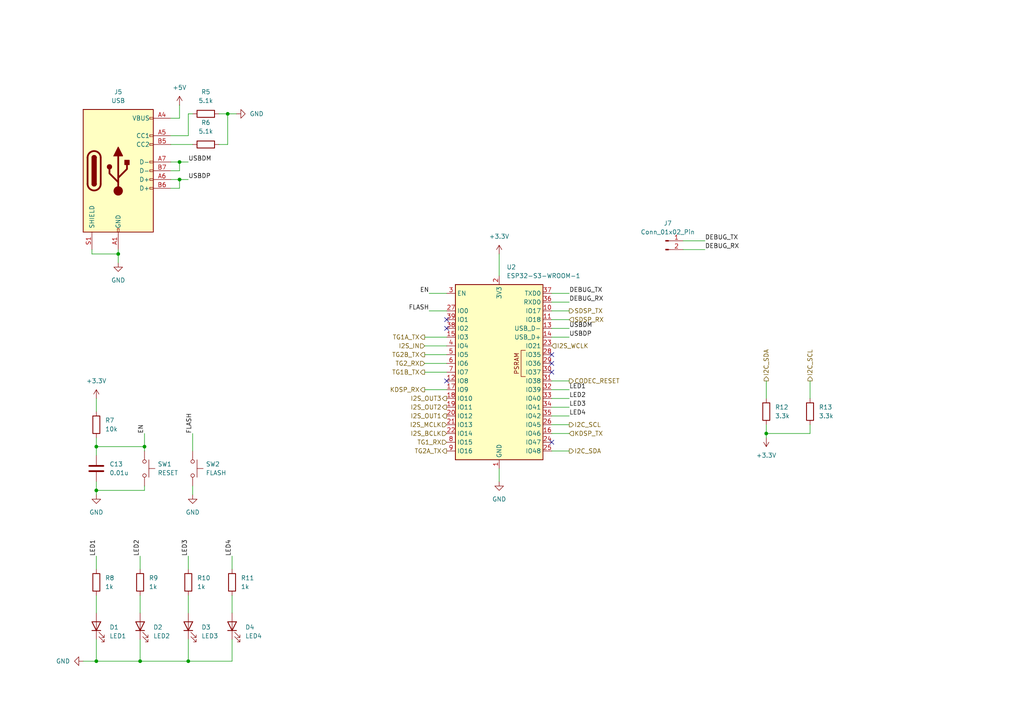
<source format=kicad_sch>
(kicad_sch (version 20250114) (generator "eeschema") (generator_version "9.0")
  (paper "A4")
  (lib_symbols
    (symbol "Connector:Conn_01x02_Pin" (pin_names (offset 1.016) (hide yes))
      (property "Reference" "J" (at 0 2.54 0))
      (property "Value" "Conn_01x02_Pin" (at 0 -5.08 0))
      (symbol "Conn_01x02_Pin_1_1"
        (rectangle (start 0.8636 0.127) (end 0 -0.127) (stroke (width 0.1524)) (fill (type outline)))
        (rectangle (start 0.8636 -2.413) (end 0 -2.667) (stroke (width 0.1524)) (fill (type outline)))
        (polyline (pts (xy 1.27 0) (xy 0.8636 0)) (stroke (width 0.1524)))
        (polyline (pts (xy 1.27 -2.54) (xy 0.8636 -2.54)) (stroke (width 0.1524)))
        (pin passive line (at 5.08 0 180) (length 3.81) (name "Pin_1") (number "1"))
        (pin passive line (at 5.08 -2.54 180) (length 3.81) (name "Pin_2") (number "2"))
      )
    )
    (symbol "Connector:USB_C_Receptacle_USB2.0_14P" (pin_names (offset 1.016))
      (property "Reference" "J" (at 0 22.225 0))
      (property "Value" "USB_C_Receptacle_USB2.0_14P" (at 0 19.685 0))
      (symbol "USB_C_Receptacle_USB2.0_14P_0_0"
        (rectangle (start -0.254 -17.78) (end 0.254 -16.764))
        (rectangle (start 10.16 15.494) (end 9.144 14.986))
        (rectangle (start 10.16 10.414) (end 9.144 9.906))
        (rectangle (start 10.16 7.874) (end 9.144 7.366))
        (rectangle (start 10.16 2.794) (end 9.144 2.286))
        (rectangle (start 10.16 0.254) (end 9.144 -0.254))
        (rectangle (start 10.16 -2.286) (end 9.144 -2.794))
        (rectangle (start 10.16 -4.826) (end 9.144 -5.334))
      )
      (symbol "USB_C_Receptacle_USB2.0_14P_0_1"
        (rectangle (start -10.16 17.78) (end 10.16 -17.78) (stroke (width 0.254)) (fill (type background)))
        (polyline (pts (xy -8.89 -3.81) (xy -8.89 3.81)) (stroke (width 0.508)))
        (rectangle (start -7.62 -3.81) (end -6.35 3.81) (stroke (width 0.254)) (fill (type outline)))
        (arc (start -7.62 3.81) (mid -6.985 4.4423) (end -6.35 3.81) (stroke (width 0.254)))
        (arc (start -7.62 3.81) (mid -6.985 4.4423) (end -6.35 3.81) (stroke (width 0.254)) (fill (type outline)))
        (arc (start -8.89 3.81) (mid -6.985 5.7067) (end -5.08 3.81) (stroke (width 0.508)))
        (arc (start -5.08 -3.81) (mid -6.985 -5.7067) (end -8.89 -3.81) (stroke (width 0.508)))
        (arc (start -6.35 -3.81) (mid -6.985 -4.4423) (end -7.62 -3.81) (stroke (width 0.254)))
        (arc (start -6.35 -3.81) (mid -6.985 -4.4423) (end -7.62 -3.81) (stroke (width 0.254)) (fill (type outline)))
        (polyline (pts (xy -5.08 3.81) (xy -5.08 -3.81)) (stroke (width 0.508)))
        (circle (center -2.54 1.143) (radius 0.635) (stroke (width 0.254)) (fill (type outline)))
        (polyline (pts (xy -1.27 4.318) (xy 0 6.858) (xy 1.27 4.318) (xy -1.27 4.318)) (stroke (width 0.254)) (fill (type outline)))
        (polyline (pts (xy 0 -2.032) (xy 2.54 0.508) (xy 2.54 1.778)) (stroke (width 0.508)))
        (polyline (pts (xy 0 -3.302) (xy -2.54 -0.762) (xy -2.54 0.508)) (stroke (width 0.508)))
        (polyline (pts (xy 0 -5.842) (xy 0 4.318)) (stroke (width 0.508)))
        (circle (center 0 -5.842) (radius 1.27) (fill (type outline)))
        (rectangle (start 1.905 1.778) (end 3.175 3.048) (stroke (width 0.254)) (fill (type outline)))
      )
      (symbol "USB_C_Receptacle_USB2.0_14P_1_1"
        (pin passive line (at -7.62 -22.86 90) (length 5.08) (name "SHIELD") (number "S1"))
        (pin passive line (at 0 -22.86 90) (length 5.08) (name "GND") (number "A1"))
        (pin passive line (at 0 -22.86 90) (length 5.08) (hide yes) (name "GND") (number "A12"))
        (pin passive line (at 0 -22.86 90) (length 5.08) (hide yes) (name "GND") (number "B1"))
        (pin passive line (at 0 -22.86 90) (length 5.08) (hide yes) (name "GND") (number "B12"))
        (pin passive line (at 15.24 15.24 180) (length 5.08) (name "VBUS") (number "A4"))
        (pin passive line (at 15.24 15.24 180) (length 5.08) (hide yes) (name "VBUS") (number "A9"))
        (pin passive line (at 15.24 15.24 180) (length 5.08) (hide yes) (name "VBUS") (number "B4"))
        (pin passive line (at 15.24 15.24 180) (length 5.08) (hide yes) (name "VBUS") (number "B9"))
        (pin bidirectional line (at 15.24 10.16 180) (length 5.08) (name "CC1") (number "A5"))
        (pin bidirectional line (at 15.24 7.62 180) (length 5.08) (name "CC2") (number "B5"))
        (pin bidirectional line (at 15.24 2.54 180) (length 5.08) (name "D-") (number "A7"))
        (pin bidirectional line (at 15.24 0 180) (length 5.08) (name "D-") (number "B7"))
        (pin bidirectional line (at 15.24 -2.54 180) (length 5.08) (name "D+") (number "A6"))
        (pin bidirectional line (at 15.24 -5.08 180) (length 5.08) (name "D+") (number "B6"))
      )
    )
    (symbol "Device:C" (pin_numbers (hide yes)) (pin_names (offset 0.254))
      (property "Reference" "C" (at 0.635 2.54 0))
      (property "Value" "C" (at 0.635 -2.54 0))
      (symbol "C_0_1"
        (polyline (pts (xy -2.032 0.762) (xy 2.032 0.762)) (stroke (width 0.508)))
        (polyline (pts (xy -2.032 -0.762) (xy 2.032 -0.762)) (stroke (width 0.508)))
      )
      (symbol "C_1_1"
        (pin passive line (at 0 3.81 270) (length 2.794) (name "~") (number "1"))
        (pin passive line (at 0 -3.81 90) (length 2.794) (name "~") (number "2"))
      )
    )
    (symbol "Device:LED" (pin_numbers (hide yes)) (pin_names (offset 1.016) (hide yes))
      (property "Reference" "D" (at 0 2.54 0))
      (property "Value" "LED" (at 0 -2.54 0))
      (symbol "LED_0_1"
        (polyline (pts (xy -3.048 -0.762) (xy -4.572 -2.286) (xy -3.81 -2.286) (xy -4.572 -2.286) (xy -4.572 -1.524)))
        (polyline (pts (xy -1.778 -0.762) (xy -3.302 -2.286) (xy -2.54 -2.286) (xy -3.302 -2.286) (xy -3.302 -1.524)))
        (polyline (pts (xy -1.27 0) (xy 1.27 0)))
        (polyline (pts (xy -1.27 -1.27) (xy -1.27 1.27)) (stroke (width 0.254)))
        (polyline (pts (xy 1.27 -1.27) (xy 1.27 1.27) (xy -1.27 0) (xy 1.27 -1.27)) (stroke (width 0.254)))
      )
      (symbol "LED_1_1"
        (pin passive line (at -3.81 0 0) (length 2.54) (name "K") (number "1"))
        (pin passive line (at 3.81 0 180) (length 2.54) (name "A") (number "2"))
      )
    )
    (symbol "Device:R" (pin_numbers (hide yes)) (pin_names (offset 0))
      (property "Reference" "R" (at 2.032 0 90))
      (property "Value" "R" (at 0 0 90))
      (symbol "R_0_1"
        (rectangle (start -1.016 -2.54) (end 1.016 2.54) (stroke (width 0.254)))
      )
      (symbol "R_1_1"
        (pin passive line (at 0 3.81 270) (length 1.27) (name "~") (number "1"))
        (pin passive line (at 0 -3.81 90) (length 1.27) (name "~") (number "2"))
      )
    )
    (symbol "RF_Module:ESP32-S3-WROOM-1"
      (property "Reference" "U" (at -12.7 26.67 0))
      (property "Value" "ESP32-S3-WROOM-1" (at 12.7 26.67 0))
      (symbol "ESP32-S3-WROOM-1_0_0"
        (rectangle (start -12.7 25.4) (end 12.7 -25.4) (stroke (width 0.254)) (fill (type background)))
        (text "PSRAM" (at 5.08 2.54 900) (effects (font (size 1.27 1.27))))
      )
      (symbol "ESP32-S3-WROOM-1_0_1"
        (polyline (pts (xy 7.62 -1.27) (xy 6.35 -1.27) (xy 6.35 6.35) (xy 7.62 6.35)))
      )
      (symbol "ESP32-S3-WROOM-1_1_1"
        (pin input line (at -15.24 22.86 0) (length 2.54) (name "EN") (number "3"))
        (pin bidirectional line (at -15.24 17.78 0) (length 2.54) (name "IO0") (number "27"))
        (pin bidirectional line (at -15.24 15.24 0) (length 2.54) (name "IO1") (number "39"))
        (pin bidirectional line (at -15.24 12.7 0) (length 2.54) (name "IO2") (number "38"))
        (pin bidirectional line (at -15.24 10.16 0) (length 2.54) (name "IO3") (number "15"))
        (pin bidirectional line (at -15.24 7.62 0) (length 2.54) (name "IO4") (number "4"))
        (pin bidirectional line (at -15.24 5.08 0) (length 2.54) (name "IO5") (number "5"))
        (pin bidirectional line (at -15.24 2.54 0) (length 2.54) (name "IO6") (number "6"))
        (pin bidirectional line (at -15.24 0 0) (length 2.54) (name "IO7") (number "7"))
        (pin bidirectional line (at -15.24 -2.54 0) (length 2.54) (name "IO8") (number "12"))
        (pin bidirectional line (at -15.24 -5.08 0) (length 2.54) (name "IO9") (number "17"))
        (pin bidirectional line (at -15.24 -7.62 0) (length 2.54) (name "IO10") (number "18"))
        (pin bidirectional line (at -15.24 -10.16 0) (length 2.54) (name "IO11") (number "19"))
        (pin bidirectional line (at -15.24 -12.7 0) (length 2.54) (name "IO12") (number "20"))
        (pin bidirectional line (at -15.24 -15.24 0) (length 2.54) (name "IO13") (number "21"))
        (pin bidirectional line (at -15.24 -17.78 0) (length 2.54) (name "IO14") (number "22"))
        (pin bidirectional line (at -15.24 -20.32 0) (length 2.54) (name "IO15") (number "8"))
        (pin bidirectional line (at -15.24 -22.86 0) (length 2.54) (name "IO16") (number "9"))
        (pin power_in line (at 0 27.94 270) (length 2.54) (name "3V3") (number "2"))
        (pin power_in line (at 0 -27.94 90) (length 2.54) (name "GND") (number "1"))
        (pin passive line (at 0 -27.94 90) (length 2.54) (hide yes) (name "GND") (number "40"))
        (pin passive line (at 0 -27.94 90) (length 2.54) (hide yes) (name "GND") (number "41"))
        (pin bidirectional line (at 15.24 22.86 180) (length 2.54) (name "TXD0") (number "37"))
        (pin bidirectional line (at 15.24 20.32 180) (length 2.54) (name "RXD0") (number "36"))
        (pin bidirectional line (at 15.24 17.78 180) (length 2.54) (name "IO17") (number "10"))
        (pin bidirectional line (at 15.24 15.24 180) (length 2.54) (name "IO18") (number "11"))
        (pin bidirectional line (at 15.24 12.7 180) (length 2.54) (name "USB_D-") (number "13"))
        (pin bidirectional line (at 15.24 10.16 180) (length 2.54) (name "USB_D+") (number "14"))
        (pin bidirectional line (at 15.24 7.62 180) (length 2.54) (name "IO21") (number "23"))
        (pin bidirectional line (at 15.24 5.08 180) (length 2.54) (name "IO35") (number "28"))
        (pin bidirectional line (at 15.24 2.54 180) (length 2.54) (name "IO36") (number "29"))
        (pin bidirectional line (at 15.24 0 180) (length 2.54) (name "IO37") (number "30"))
        (pin bidirectional line (at 15.24 -2.54 180) (length 2.54) (name "IO38") (number "31"))
        (pin bidirectional line (at 15.24 -5.08 180) (length 2.54) (name "IO39") (number "32"))
        (pin bidirectional line (at 15.24 -7.62 180) (length 2.54) (name "IO40") (number "33"))
        (pin bidirectional line (at 15.24 -10.16 180) (length 2.54) (name "IO41") (number "34"))
        (pin bidirectional line (at 15.24 -12.7 180) (length 2.54) (name "IO42") (number "35"))
        (pin bidirectional line (at 15.24 -15.24 180) (length 2.54) (name "IO45") (number "26"))
        (pin bidirectional line (at 15.24 -17.78 180) (length 2.54) (name "IO46") (number "16"))
        (pin bidirectional line (at 15.24 -20.32 180) (length 2.54) (name "IO47") (number "24"))
        (pin bidirectional line (at 15.24 -22.86 180) (length 2.54) (name "IO48") (number "25"))
      )
    )
    (symbol "Switch:SW_Push" (pin_numbers (hide yes)) (pin_names (offset 1.016) (hide yes))
      (property "Reference" "SW" (at 1.27 2.54 0))
      (property "Value" "SW_Push" (at 0 -1.524 0))
      (symbol "SW_Push_0_1"
        (circle (center -2.032 0) (radius 0.508))
        (polyline (pts (xy 0 1.27) (xy 0 3.048)))
        (circle (center 2.032 0) (radius 0.508))
        (polyline (pts (xy 2.54 1.27) (xy -2.54 1.27)))
        (pin passive line (at -5.08 0 0) (length 2.54) (name "1") (number "1"))
        (pin passive line (at 5.08 0 180) (length 2.54) (name "2") (number "2"))
      )
    )
    (symbol "power:+3.3V" (power) (pin_numbers (hide yes)) (pin_names (offset 0) (hide yes))
      (property "Value" "+3.3V" (at 0 3.556 0))
      (symbol "+3.3V_0_1"
        (polyline (pts (xy -0.762 1.27) (xy 0 2.54)))
        (polyline (pts (xy 0 2.54) (xy 0.762 1.27)))
        (polyline (pts (xy 0 0) (xy 0 2.54)))
      )
      (symbol "+3.3V_1_1"
        (pin power_in line (at 0 0 90) (length 0) (name "~") (number "1"))
      )
    )
    (symbol "power:+5V" (power) (pin_numbers (hide yes)) (pin_names (offset 0) (hide yes))
      (property "Value" "+5V" (at 0 3.556 0))
      (symbol "+5V_0_1"
        (polyline (pts (xy -0.762 1.27) (xy 0 2.54)))
        (polyline (pts (xy 0 2.54) (xy 0.762 1.27)))
        (polyline (pts (xy 0 0) (xy 0 2.54)))
      )
      (symbol "+5V_1_1"
        (pin power_in line (at 0 0 90) (length 0) (name "~") (number "1"))
      )
    )
    (symbol "power:GND" (power) (pin_numbers (hide yes)) (pin_names (offset 0) (hide yes))
      (property "Value" "GND" (at 0 -3.81 0))
      (symbol "GND_0_1"
        (polyline (pts (xy 0 0) (xy 0 -1.27) (xy 1.27 -1.27) (xy 0 -2.54) (xy -1.27 -1.27) (xy 0 -1.27)))
      )
      (symbol "GND_1_1"
        (pin power_in line (at 0 0 270) (length 0) (name "~") (number "1"))
      )
    )
  )
  (junction (at 40.64 191.77))
  (junction (at 34.29 73.66))
  (junction (at 27.94 142.24))
  (junction (at 222.25 125.73))
  (junction (at 41.91 129.54))
  (junction (at 54.61 191.77))
  (junction (at 52.07 46.99))
  (junction (at 27.94 129.54))
  (junction (at 52.07 52.07))
  (junction (at 66.04 33.02))
  (junction (at 27.94 191.77))
  (no_connect (at 160.02 105.41))
  (no_connect (at 129.54 110.49))
  (no_connect (at 129.54 92.71))
  (no_connect (at 160.02 102.87))
  (no_connect (at 160.02 107.95))
  (no_connect (at 129.54 95.25))
  (no_connect (at 160.02 128.27))
  (wire (pts (xy 66.04 33.02) (xy 66.04 41.91)))
  (wire (pts (xy 222.25 110.49) (xy 222.25 115.57)))
  (wire (pts (xy 40.64 191.77) (xy 54.61 191.77)))
  (wire (pts (xy 63.5 33.02) (xy 66.04 33.02)))
  (wire (pts (xy 165.1 125.73) (xy 160.02 125.73)))
  (wire (pts (xy 41.91 125.73) (xy 41.91 129.54)))
  (wire (pts (xy 67.31 161.29) (xy 67.31 165.1)))
  (wire (pts (xy 165.1 130.81) (xy 160.02 130.81)))
  (wire (pts (xy 27.94 129.54) (xy 41.91 129.54)))
  (wire (pts (xy 67.31 172.72) (xy 67.31 177.8)))
  (wire (pts (xy 34.29 76.2) (xy 34.29 73.66)))
  (wire (pts (xy 54.61 161.29) (xy 54.61 165.1)))
  (wire (pts (xy 222.25 123.19) (xy 222.25 125.73)))
  (wire (pts (xy 40.64 161.29) (xy 40.64 165.1)))
  (wire (pts (xy 144.78 139.7) (xy 144.78 135.89)))
  (wire (pts (xy 40.64 185.42) (xy 40.64 191.77)))
  (wire (pts (xy 52.07 34.29) (xy 52.07 30.48)))
  (wire (pts (xy 27.94 142.24) (xy 27.94 143.51)))
  (wire (pts (xy 27.94 115.57) (xy 27.94 119.38)))
  (wire (pts (xy 27.94 185.42) (xy 27.94 191.77)))
  (wire (pts (xy 52.07 54.61) (xy 52.07 52.07)))
  (wire (pts (xy 123.19 102.87) (xy 129.54 102.87)))
  (wire (pts (xy 49.53 34.29) (xy 52.07 34.29)))
  (wire (pts (xy 144.78 73.66) (xy 144.78 80.01)))
  (wire (pts (xy 52.07 46.99) (xy 54.61 46.99)))
  (wire (pts (xy 52.07 52.07) (xy 54.61 52.07)))
  (wire (pts (xy 222.25 125.73) (xy 222.25 127)))
  (wire (pts (xy 49.53 49.53) (xy 52.07 49.53)))
  (wire (pts (xy 123.19 113.03) (xy 129.54 113.03)))
  (wire (pts (xy 41.91 130.81) (xy 41.91 129.54)))
  (wire (pts (xy 124.46 90.17) (xy 129.54 90.17)))
  (wire (pts (xy 55.88 33.02) (xy 54.61 33.02)))
  (wire (pts (xy 123.19 107.95) (xy 129.54 107.95)))
  (wire (pts (xy 27.94 129.54) (xy 27.94 132.08)))
  (wire (pts (xy 123.19 105.41) (xy 129.54 105.41)))
  (wire (pts (xy 40.64 172.72) (xy 40.64 177.8)))
  (wire (pts (xy 41.91 142.24) (xy 27.94 142.24)))
  (wire (pts (xy 204.47 72.39) (xy 198.12 72.39)))
  (wire (pts (xy 124.46 85.09) (xy 129.54 85.09)))
  (wire (pts (xy 49.53 52.07) (xy 52.07 52.07)))
  (wire (pts (xy 55.88 125.73) (xy 55.88 130.81)))
  (wire (pts (xy 66.04 33.02) (xy 68.58 33.02)))
  (wire (pts (xy 67.31 191.77) (xy 54.61 191.77)))
  (wire (pts (xy 165.1 118.11) (xy 160.02 118.11)))
  (wire (pts (xy 67.31 185.42) (xy 67.31 191.77)))
  (wire (pts (xy 49.53 54.61) (xy 52.07 54.61)))
  (wire (pts (xy 165.1 95.25) (xy 160.02 95.25)))
  (wire (pts (xy 27.94 161.29) (xy 27.94 165.1)))
  (wire (pts (xy 165.1 113.03) (xy 160.02 113.03)))
  (wire (pts (xy 54.61 33.02) (xy 54.61 39.37)))
  (wire (pts (xy 234.95 110.49) (xy 234.95 115.57)))
  (wire (pts (xy 165.1 92.71) (xy 160.02 92.71)))
  (wire (pts (xy 165.1 87.63) (xy 160.02 87.63)))
  (wire (pts (xy 27.94 139.7) (xy 27.94 142.24)))
  (wire (pts (xy 63.5 41.91) (xy 66.04 41.91)))
  (wire (pts (xy 40.64 191.77) (xy 27.94 191.77)))
  (wire (pts (xy 55.88 140.97) (xy 55.88 143.51)))
  (wire (pts (xy 26.67 73.66) (xy 34.29 73.66)))
  (wire (pts (xy 26.67 72.39) (xy 26.67 73.66)))
  (wire (pts (xy 27.94 172.72) (xy 27.94 177.8)))
  (wire (pts (xy 160.02 123.19) (xy 165.1 123.19)))
  (wire (pts (xy 49.53 41.91) (xy 55.88 41.91)))
  (wire (pts (xy 123.19 97.79) (xy 129.54 97.79)))
  (wire (pts (xy 165.1 115.57) (xy 160.02 115.57)))
  (wire (pts (xy 165.1 90.17) (xy 160.02 90.17)))
  (wire (pts (xy 222.25 125.73) (xy 234.95 125.73)))
  (wire (pts (xy 165.1 97.79) (xy 160.02 97.79)))
  (wire (pts (xy 165.1 85.09) (xy 160.02 85.09)))
  (wire (pts (xy 123.19 100.33) (xy 129.54 100.33)))
  (wire (pts (xy 204.47 69.85) (xy 198.12 69.85)))
  (wire (pts (xy 49.53 46.99) (xy 52.07 46.99)))
  (wire (pts (xy 27.94 191.77) (xy 24.13 191.77)))
  (wire (pts (xy 27.94 127) (xy 27.94 129.54)))
  (wire (pts (xy 54.61 172.72) (xy 54.61 177.8)))
  (wire (pts (xy 234.95 123.19) (xy 234.95 125.73)))
  (wire (pts (xy 41.91 140.97) (xy 41.91 142.24)))
  (wire (pts (xy 54.61 185.42) (xy 54.61 191.77)))
  (wire (pts (xy 54.61 39.37) (xy 49.53 39.37)))
  (wire (pts (xy 165.1 110.49) (xy 160.02 110.49)))
  (wire (pts (xy 52.07 49.53) (xy 52.07 46.99)))
  (wire (pts (xy 165.1 120.65) (xy 160.02 120.65)))
  (wire (pts (xy 34.29 73.66) (xy 34.29 72.39)))
  (label "LED1" (at 165.1 113.03 0))
  (label "USBDP" (at 165.1 97.79 0))
  (label "USBDM" (at 165.1 95.25 0))
  (label "USBDP" (at 54.61 52.07 0))
  (label "USBDM" (at 54.61 46.99 0))
  (label "LED4" (at 165.1 120.65 0))
  (label "DEBUG_RX" (at 165.1 87.63 0))
  (label "DEBUG_TX" (at 165.1 85.09 0))
  (label "FLASH" (at 55.88 125.73 90))
  (label "EN" (at 41.91 125.73 90))
  (label "LED2" (at 165.1 115.57 0))
  (label "DEBUG_RX" (at 204.47 72.39 0))
  (label "EN" (at 124.46 85.09 180))
  (label "LED4" (at 67.31 161.29 90))
  (label "LED3" (at 54.61 161.29 90))
  (label "LED1" (at 27.94 161.29 90))
  (label "LED2" (at 40.64 161.29 90))
  (label "LED3" (at 165.1 118.11 0))
  (label "FLASH" (at 124.46 90.17 180))
  (label "DEBUG_TX" (at 204.47 69.85 0))
  (hierarchical_label "I2C_SDA" (shape output) (at 165.1 130.81 0))
  (hierarchical_label "I2C_SCL" (shape output) (at 165.1 123.19 0))
  (hierarchical_label "I2C_SDA" (shape output) (at 222.25 110.49 90))
  (hierarchical_label "I2S_MCLK" (shape input) (at 129.54 123.19 180))
  (hierarchical_label "SDSP_TX" (shape output) (at 165.1 90.17 0))
  (hierarchical_label "SDSP_RX" (shape input) (at 165.1 92.71 0))
  (hierarchical_label "KDSP_TX" (shape input) (at 165.1 125.73 0))
  (hierarchical_label "KDSP_RX" (shape output) (at 123.19 113.03 180))
  (hierarchical_label "TG1A_TX" (shape output) (at 123.19 97.79 180))
  (hierarchical_label "TG1B_TX" (shape output) (at 123.19 107.95 180))
  (hierarchical_label "TG2A_TX" (shape output) (at 129.54 130.81 180))
  (hierarchical_label "TG2B_TX" (shape output) (at 123.19 102.87 180))
  (hierarchical_label "TG1_RX" (shape input) (at 129.54 128.27 180))
  (hierarchical_label "TG2_RX" (shape input) (at 123.19 105.41 180))
  (hierarchical_label "I2S_OUT3" (shape output) (at 129.54 115.57 180))
  (hierarchical_label "CODEC_RESET" (shape output) (at 165.1 110.49 0))
  (hierarchical_label "I2C_SCL" (shape output) (at 234.95 110.49 90))
  (hierarchical_label "I2S_OUT2" (shape output) (at 129.54 118.11 180))
  (hierarchical_label "I2S_WCLK" (shape input) (at 160.02 100.33 0))
  (hierarchical_label "I2S_BCLK" (shape input) (at 129.54 125.73 180))
  (hierarchical_label "I2S_OUT1" (shape output) (at 129.54 120.65 180))
  (hierarchical_label "I2S_IN" (shape input) (at 123.19 100.33 180))
  (symbol (lib_id "Device:R") (at 222.25 119.38 0) (unit 1)
    (property "Reference" "R12" (at 224.79 118.1099 0) (effects (justify left)))
    (property "Value" "3.3k" (at 224.79 120.6499 0) (effects (justify left)))
    (property "Footprint" "Resistor_SMD:R_0603_1608Metric_Pad0.98x0.95mm_HandSolder" (effects (hide yes)))
    (property "Description" "Resistor" (effects (hide yes)))
  )
  (symbol (lib_id "Device:LED") (at 27.94 181.61 90) (unit 1)
    (property "Reference" "D1" (at 31.75 181.9274 90) (effects (justify right)))
    (property "Value" "LED1" (at 31.75 184.4674 90) (effects (justify right)))
    (property "Footprint" "LED_SMD:LED_0603_1608Metric_Pad1.05x0.95mm_HandSolder" (effects (hide yes)))
    (property "Description" "Light emitting diode" (effects (hide yes)))
    (property "Sim.Pins" "1=K 2=A" (effects (hide yes)))
  )
  (symbol (lib_id "Device:R") (at 67.31 168.91 0) (unit 1)
    (property "Reference" "R11" (at 69.85 167.6399 0) (effects (justify left)))
    (property "Value" "1k" (at 69.85 170.1799 0) (effects (justify left)))
    (property "Footprint" "Resistor_SMD:R_0603_1608Metric_Pad0.98x0.95mm_HandSolder" (effects (hide yes)))
    (property "Description" "Resistor" (effects (hide yes)))
  )
  (symbol (lib_id "power:+3.3V") (at 144.78 73.66 0) (unit 1)
    (property "Reference" "#PWR034" (effects (hide yes)))
    (property "Value" "+3.3V" (at 144.78 68.58 0))
    (property "Description" "Power symbol creates a global label with name \"+3.3V\"" (effects (hide yes)))
  )
  (symbol (lib_id "Device:R") (at 27.94 168.91 0) (unit 1)
    (property "Reference" "R8" (at 30.48 167.6399 0) (effects (justify left)))
    (property "Value" "1k" (at 30.48 170.1799 0) (effects (justify left)))
    (property "Footprint" "Resistor_SMD:R_0603_1608Metric_Pad0.98x0.95mm_HandSolder" (effects (hide yes)))
    (property "Description" "Resistor" (effects (hide yes)))
  )
  (symbol (lib_id "Device:R") (at 54.61 168.91 0) (unit 1)
    (property "Reference" "R10" (at 57.15 167.6399 0) (effects (justify left)))
    (property "Value" "1k" (at 57.15 170.1799 0) (effects (justify left)))
    (property "Footprint" "Resistor_SMD:R_0603_1608Metric_Pad0.98x0.95mm_HandSolder" (effects (hide yes)))
    (property "Description" "Resistor" (effects (hide yes)))
  )
  (symbol (lib_id "Device:R") (at 27.94 123.19 0) (unit 1)
    (property "Reference" "R7" (at 30.48 121.9199 0) (effects (justify left)))
    (property "Value" "10k" (at 30.48 124.4599 0) (effects (justify left)))
    (property "Footprint" "Resistor_SMD:R_0603_1608Metric_Pad0.98x0.95mm_HandSolder" (effects (hide yes)))
    (property "Description" "Resistor" (effects (hide yes)))
  )
  (symbol (lib_id "Device:LED") (at 40.64 181.61 90) (unit 1)
    (property "Reference" "D2" (at 44.45 181.9274 90) (effects (justify right)))
    (property "Value" "LED2" (at 44.45 184.4674 90) (effects (justify right)))
    (property "Footprint" "LED_SMD:LED_0603_1608Metric_Pad1.05x0.95mm_HandSolder" (effects (hide yes)))
    (property "Description" "Light emitting diode" (effects (hide yes)))
    (property "Sim.Pins" "1=K 2=A" (effects (hide yes)))
  )
  (symbol (lib_id "power:+3.3V") (at 27.94 115.57 0) (unit 1)
    (property "Reference" "#PWR056" (effects (hide yes)))
    (property "Value" "+3.3V" (at 27.94 110.49 0))
    (property "Description" "Power symbol creates a global label with name \"+3.3V\"" (effects (hide yes)))
  )
  (symbol (lib_id "Switch:SW_Push") (at 55.88 135.89 270) (unit 1)
    (property "Reference" "SW2" (at 59.69 134.6199 90) (effects (justify left)))
    (property "Value" "FLASH" (at 59.69 137.1599 90) (effects (justify left)))
    (property "Footprint" "Button_Switch_THT:SW_PUSH_6mm_H8mm" (effects (hide yes)))
    (property "Description" "Push button switch, generic, two pins" (effects (hide yes)))
  )
  (symbol (lib_id "Device:R") (at 59.69 41.91 90) (unit 1)
    (property "Reference" "R6" (at 59.69 35.56 90))
    (property "Value" "5.1k" (at 59.69 38.1 90))
    (property "Footprint" "Resistor_SMD:R_0603_1608Metric_Pad0.98x0.95mm_HandSolder" (effects (hide yes)))
    (property "Description" "Resistor" (effects (hide yes)))
  )
  (symbol (lib_id "Device:R") (at 234.95 119.38 0) (unit 1)
    (property "Reference" "R13" (at 237.49 118.1099 0) (effects (justify left)))
    (property "Value" "3.3k" (at 237.49 120.6499 0) (effects (justify left)))
    (property "Footprint" "Resistor_SMD:R_0603_1608Metric_Pad0.98x0.95mm_HandSolder" (effects (hide yes)))
    (property "Description" "Resistor" (effects (hide yes)))
  )
  (symbol (lib_id "power:GND") (at 27.94 143.51 0) (unit 1)
    (property "Reference" "#PWR057" (effects (hide yes)))
    (property "Value" "GND" (at 27.94 148.59 0))
    (property "Description" "Power symbol creates a global label with name \"GND\" , ground" (effects (hide yes)))
  )
  (symbol (lib_id "power:GND") (at 55.88 143.51 0) (unit 1)
    (property "Reference" "#PWR058" (effects (hide yes)))
    (property "Value" "GND" (at 55.88 148.59 0))
    (property "Description" "Power symbol creates a global label with name \"GND\" , ground" (effects (hide yes)))
  )
  (symbol (lib_id "power:+5V") (at 52.07 30.48 0) (unit 1)
    (property "Reference" "#PWR050" (effects (hide yes)))
    (property "Value" "+5V" (at 52.07 25.4 0))
    (property "Description" "Power symbol creates a global label with name \"+5V\"" (effects (hide yes)))
  )
  (symbol (lib_id "Connector:USB_C_Receptacle_USB2.0_14P") (at 34.29 49.53 0) (unit 1)
    (property "Reference" "J5" (at 34.29 26.67 0))
    (property "Value" "USB" (at 34.29 29.21 0))
    (property "Footprint" "Connector_USB:USB_C_Receptacle_Palconn_UTC16-G" (effects (hide yes)))
    (property "Datasheet" "https://www.usb.org/sites/default/files/documents/usb_type-c.zip" (effects (hide yes)))
    (property "Description" "USB 2.0-only 14P Type-C Receptacle connector" (effects (hide yes)))
  )
  (symbol (lib_id "Device:R") (at 40.64 168.91 0) (unit 1)
    (property "Reference" "R9" (at 43.18 167.6399 0) (effects (justify left)))
    (property "Value" "1k" (at 43.18 170.1799 0) (effects (justify left)))
    (property "Footprint" "Resistor_SMD:R_0603_1608Metric_Pad0.98x0.95mm_HandSolder" (effects (hide yes)))
    (property "Description" "Resistor" (effects (hide yes)))
  )
  (symbol (lib_id "Switch:SW_Push") (at 41.91 135.89 270) (unit 1)
    (property "Reference" "SW1" (at 45.72 134.6199 90) (effects (justify left)))
    (property "Value" "RESET" (at 45.72 137.1599 90) (effects (justify left)))
    (property "Footprint" "Button_Switch_THT:SW_PUSH_6mm_H8mm" (effects (hide yes)))
    (property "Description" "Push button switch, generic, two pins" (effects (hide yes)))
  )
  (symbol (lib_id "power:GND") (at 24.13 191.77 270) (unit 1)
    (property "Reference" "#PWR059" (effects (hide yes)))
    (property "Value" "GND" (at 20.32 191.7699 90) (effects (justify right)))
    (property "Description" "Power symbol creates a global label with name \"GND\" , ground" (effects (hide yes)))
  )
  (symbol (lib_id "power:+3.3V") (at 222.25 127 180) (unit 1)
    (property "Reference" "#PWR060" (effects (hide yes)))
    (property "Value" "+3.3V" (at 222.25 132.08 0))
    (property "Description" "Power symbol creates a global label with name \"+3.3V\"" (effects (hide yes)))
  )
  (symbol (lib_id "Device:R") (at 59.69 33.02 90) (unit 1)
    (property "Reference" "R5" (at 59.69 26.67 90))
    (property "Value" "5.1k" (at 59.69 29.21 90))
    (property "Footprint" "Resistor_SMD:R_0603_1608Metric_Pad0.98x0.95mm_HandSolder" (effects (hide yes)))
    (property "Description" "Resistor" (effects (hide yes)))
  )
  (symbol (lib_id "power:GND") (at 34.29 76.2 0) (unit 1)
    (property "Reference" "#PWR046" (effects (hide yes)))
    (property "Value" "GND" (at 34.29 81.28 0))
    (property "Description" "Power symbol creates a global label with name \"GND\" , ground" (effects (hide yes)))
  )
  (symbol (lib_id "Device:LED") (at 54.61 181.61 90) (unit 1)
    (property "Reference" "D3" (at 58.42 181.9274 90) (effects (justify right)))
    (property "Value" "LED3" (at 58.42 184.4674 90) (effects (justify right)))
    (property "Footprint" "LED_SMD:LED_0603_1608Metric_Pad1.05x0.95mm_HandSolder" (effects (hide yes)))
    (property "Description" "Light emitting diode" (effects (hide yes)))
    (property "Sim.Pins" "1=K 2=A" (effects (hide yes)))
  )
  (symbol (lib_id "Device:LED") (at 67.31 181.61 90) (unit 1)
    (property "Reference" "D4" (at 71.12 181.9274 90) (effects (justify right)))
    (property "Value" "LED4" (at 71.12 184.4674 90) (effects (justify right)))
    (property "Footprint" "LED_SMD:LED_0603_1608Metric_Pad1.05x0.95mm_HandSolder" (effects (hide yes)))
    (property "Description" "Light emitting diode" (effects (hide yes)))
    (property "Sim.Pins" "1=K 2=A" (effects (hide yes)))
  )
  (symbol (lib_id "power:GND") (at 144.78 139.7 0) (unit 1)
    (property "Reference" "#PWR035" (effects (hide yes)))
    (property "Value" "GND" (at 144.78 144.78 0))
    (property "Description" "Power symbol creates a global label with name \"GND\" , ground" (effects (hide yes)))
  )
  (symbol (lib_id "Device:C") (at 27.94 135.89 0) (unit 1)
    (property "Reference" "C13" (at 31.75 134.6199 0) (effects (justify left)))
    (property "Value" "0.01u" (at 31.75 137.1599 0) (effects (justify left)))
    (property "Footprint" "Capacitor_SMD:C_0603_1608Metric_Pad1.08x0.95mm_HandSolder" (effects (hide yes)))
    (property "Description" "Unpolarized capacitor" (effects (hide yes)))
  )
  (symbol (lib_id "RF_Module:ESP32-S3-WROOM-1") (at 144.78 107.95 0) (unit 1)
    (property "Reference" "U2" (at 146.9233 77.47 0) (effects (justify left)))
    (property "Value" "ESP32-S3-WROOM-1" (at 146.9233 80.01 0) (effects (justify left)))
    (property "Footprint" "RF_Module:ESP32-S3-WROOM-1" (effects (hide yes)))
    (property "Datasheet" "https://www.espressif.com/sites/default/files/documentation/esp32-s3-wroom-1_wroom-1u_datasheet_en.pdf" (effects (hide yes)))
    (property "Description" "RF Module, ESP32-S3 SoC, Wi-Fi 802.11b/g/n, Bluetooth, BLE, 32-bit, 3.3V, onboard antenna, SMD" (effects (hide yes)))
  )
  (symbol (lib_id "Connector:Conn_01x02_Pin") (at 193.04 69.85 0) (unit 1)
    (property "Reference" "J7" (at 193.675 64.77 0))
    (property "Value" "Conn_01x02_Pin" (at 193.675 67.31 0))
    (property "Footprint" "Connector_PinHeader_2.54mm:PinHeader_1x02_P2.54mm_Horizontal" (effects (hide yes)))
    (property "Description" "Generic connector, single row, 01x02, script generated" (effects (hide yes)))
  )
  (symbol (lib_id "power:GND") (at 68.58 33.02 90) (unit 1)
    (property "Reference" "#PWR049" (effects (hide yes)))
    (property "Value" "GND" (at 72.39 33.0199 90) (effects (justify right)))
    (property "Description" "Power symbol creates a global label with name \"GND\" , ground" (effects (hide yes)))
  )
)
</source>
